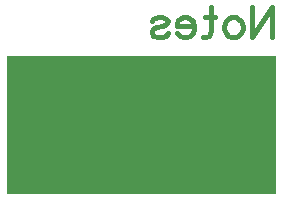
<source format=gbr>
G04 DipTrace 4.0.0.2*
G04 BottomSilk.gbr*
%MOIN*%
G04 #@! TF.FileFunction,Legend,Bot*
G04 #@! TF.Part,Single*
%ADD41C,0.015439*%
%FSLAX26Y26*%
G04*
G70*
G90*
G75*
G01*
G04 BotSilk*
%LPD*%
G36*
X633401Y1254700D2*
X1529401D1*
Y792700D1*
X633401D1*
Y1254700D1*
G37*
X1451101Y1416783D2*
D41*
Y1316303D1*
X1518087Y1416783D1*
Y1316303D1*
X1396346Y1383289D2*
X1405852Y1378536D1*
X1415469Y1368919D1*
X1420222Y1354549D1*
Y1345043D1*
X1415469Y1330673D1*
X1405852Y1321166D1*
X1396346Y1316303D1*
X1381976D1*
X1372359Y1321166D1*
X1362852Y1330673D1*
X1357989Y1345043D1*
Y1354549D1*
X1362852Y1368919D1*
X1372359Y1378536D1*
X1381976Y1383289D1*
X1396346D1*
X1312740Y1416783D2*
Y1335426D1*
X1307987Y1321166D1*
X1298370Y1316303D1*
X1288864D1*
X1327110Y1383289D2*
X1293617D1*
X1257985Y1354549D2*
X1200615D1*
Y1364166D1*
X1205369Y1373783D1*
X1210122Y1378536D1*
X1219739Y1383289D1*
X1234109D1*
X1243615Y1378536D1*
X1253232Y1368919D1*
X1257985Y1354549D1*
Y1345043D1*
X1253232Y1330673D1*
X1243615Y1321166D1*
X1234109Y1316303D1*
X1219739D1*
X1210122Y1321166D1*
X1200615Y1330673D1*
X1117120Y1368919D2*
X1121874Y1378536D1*
X1136244Y1383289D1*
X1150614D1*
X1164984Y1378536D1*
X1169737Y1368919D1*
X1164984Y1359413D1*
X1155367Y1354549D1*
X1131490Y1349796D1*
X1121874Y1345043D1*
X1117120Y1335426D1*
Y1330673D1*
X1121874Y1321166D1*
X1136244Y1316303D1*
X1150614D1*
X1164984Y1321166D1*
X1169737Y1330673D1*
M02*

</source>
